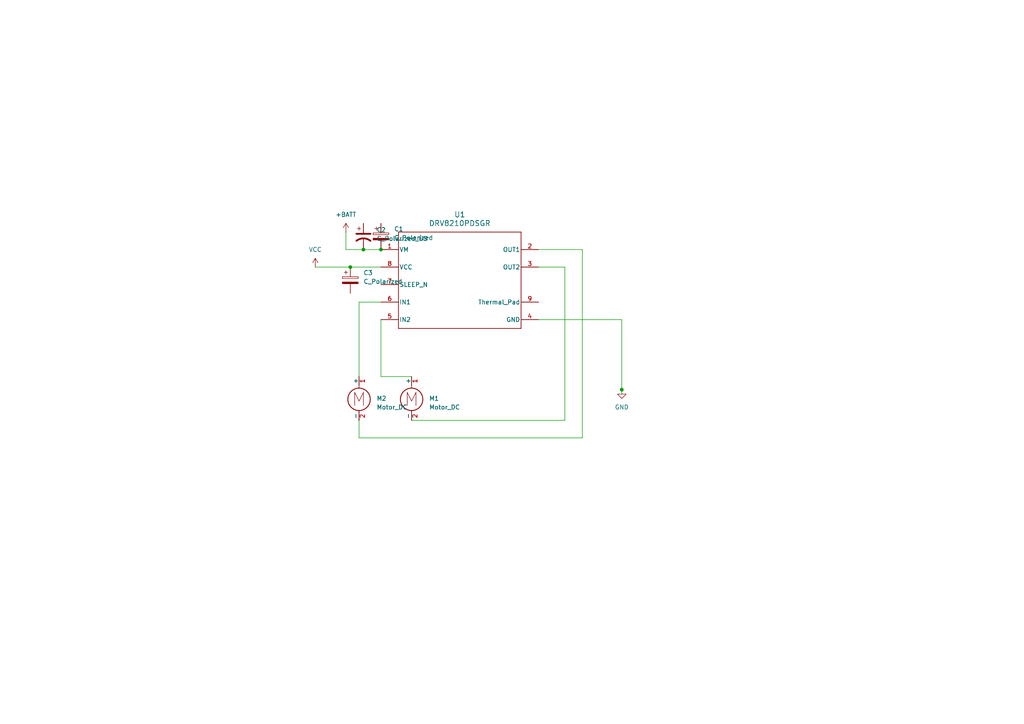
<source format=kicad_sch>
(kicad_sch (version 20250114) (generator "eeschema") (generator_version "9.0")
  (paper "A4")
  (lib_symbols
    (symbol "Device:C_Polarized" (pin_numbers (hide yes)) (pin_names (offset 0.254))
      (property "Reference" "C" (at 0.635 2.54 0))
      (property "Value" "C_Polarized" (at 0.635 -2.54 0))
      (symbol "C_Polarized_0_1"
        (rectangle (start -2.286 0.508) (end 2.286 1.016))
        (polyline (pts (xy -1.778 2.286) (xy -0.762 2.286)))
        (polyline (pts (xy -1.27 2.794) (xy -1.27 1.778)))
        (rectangle (start 2.286 -0.508) (end -2.286 -1.016) (fill (type outline)))
      )
      (symbol "C_Polarized_1_1"
        (pin passive line (at 0 3.81 270) (length 2.794) (name "~") (number "1"))
        (pin passive line (at 0 -3.81 90) (length 2.794) (name "~") (number "2"))
      )
    )
    (symbol "Device:C_Polarized_US" (pin_numbers (hide yes)) (pin_names (offset 0.254) (hide yes))
      (property "Reference" "C" (at 0.635 2.54 0))
      (property "Value" "C_Polarized_US" (at 0.635 -2.54 0))
      (symbol "C_Polarized_US_0_1"
        (polyline (pts (xy -2.032 0.762) (xy 2.032 0.762)) (stroke (width 0.508)))
        (polyline (pts (xy -1.778 2.286) (xy -0.762 2.286)))
        (polyline (pts (xy -1.27 1.778) (xy -1.27 2.794)))
        (arc (start -2.032 -1.27) (mid 0 -0.5572) (end 2.032 -1.27) (stroke (width 0.508)))
      )
      (symbol "C_Polarized_US_1_1"
        (pin passive line (at 0 3.81 270) (length 2.794) (name "~") (number "1"))
        (pin passive line (at 0 -3.81 90) (length 3.302) (name "~") (number "2"))
      )
    )
    (symbol "Motor:Motor_DC" (pin_names (offset 0))
      (property "Reference" "M" (at 2.54 2.54 0))
      (property "Value" "Motor_DC" (at 2.54 -5.08 0))
      (symbol "Motor_DC_0_0"
        (polyline (pts (xy -1.27 -3.302) (xy -1.27 0.508) (xy 0 -2.032) (xy 1.27 0.508) (xy 1.27 -3.302)))
      )
      (symbol "Motor_DC_0_1"
        (polyline (pts (xy 0 2.032) (xy 0 2.54)))
        (polyline (pts (xy 0 1.7272) (xy 0 2.0828)))
        (circle (center 0 -1.524) (radius 3.2512) (stroke (width 0.254)))
        (polyline (pts (xy 0 -4.7752) (xy 0 -5.1816)))
        (polyline (pts (xy 0 -7.62) (xy 0 -7.112)))
      )
      (symbol "Motor_DC_1_1"
        (pin passive line (at 0 5.08 270) (length 2.54) (name "+") (number "1"))
        (pin passive line (at 0 -7.62 90) (length 2.54) (name "-") (number "2"))
      )
    )
    (symbol "motor driver:DRV8210PDSGR" (pin_names (offset 0.254))
      (property "Reference" "U" (at 0 2.54 0))
      (property "Value" "DRV8210PDSGR" (at 0 0 0))
      (symbol "DRV8210PDSGR_0_1"
        (polyline (pts (xy 5.08 5.08) (xy 5.08 -22.86)) (stroke (width 0.2032)))
        (polyline (pts (xy 5.08 -22.86) (xy 40.64 -22.86)) (stroke (width 0.2032)))
        (polyline (pts (xy 40.64 5.08) (xy 5.08 5.08)) (stroke (width 0.2032)))
        (polyline (pts (xy 40.64 -22.86) (xy 40.64 5.08)) (stroke (width 0.2032)))
        (pin power_in line (at 0 0 0) (length 5.08) (name "VM") (number "1"))
        (pin power_in line (at 0 -5.08 0) (length 5.08) (name "VCC") (number "8"))
        (pin input line (at 0 -10.16 0) (length 5.08) (name "SLEEP_N") (number "7"))
        (pin input line (at 0 -15.24 0) (length 5.08) (name "IN1") (number "6"))
        (pin input line (at 0 -20.32 0) (length 5.08) (name "IN2") (number "5"))
        (pin output line (at 45.72 0 180) (length 5.08) (name "OUT1") (number "2"))
        (pin output line (at 45.72 -5.08 180) (length 5.08) (name "OUT2") (number "3"))
        (pin power_in line (at 45.72 -15.24 180) (length 5.08) (name "Thermal_Pad") (number "9"))
        (pin power_in line (at 45.72 -20.32 180) (length 5.08) (name "GND") (number "4"))
      )
    )
    (symbol "power:+BATT" (power) (pin_numbers (hide yes)) (pin_names (offset 0) (hide yes))
      (property "Value" "+BATT" (at 0 3.556 0))
      (symbol "+BATT_0_1"
        (polyline (pts (xy -0.762 1.27) (xy 0 2.54)))
        (polyline (pts (xy 0 2.54) (xy 0.762 1.27)))
        (polyline (pts (xy 0 0) (xy 0 2.54)))
      )
      (symbol "+BATT_1_1"
        (pin power_in line (at 0 0 90) (length 0) (name "~") (number "1"))
      )
    )
    (symbol "power:GND" (power) (pin_numbers (hide yes)) (pin_names (offset 0) (hide yes))
      (property "Value" "GND" (at 0 -3.81 0))
      (symbol "GND_0_1"
        (polyline (pts (xy 0 0) (xy 0 -1.27) (xy 1.27 -1.27) (xy 0 -2.54) (xy -1.27 -1.27) (xy 0 -1.27)))
      )
      (symbol "GND_1_1"
        (pin power_in line (at 0 0 270) (length 0) (name "~") (number "1"))
      )
    )
    (symbol "power:VCC" (power) (pin_numbers (hide yes)) (pin_names (offset 0) (hide yes))
      (property "Value" "VCC" (at 0 3.556 0))
      (symbol "VCC_0_1"
        (polyline (pts (xy -0.762 1.27) (xy 0 2.54)))
        (polyline (pts (xy 0 2.54) (xy 0.762 1.27)))
        (polyline (pts (xy 0 0) (xy 0 2.54)))
      )
      (symbol "VCC_1_1"
        (pin power_in line (at 0 0 90) (length 0) (name "~") (number "1"))
      )
    )
  )
  (junction (at 101.6 77.47))
  (junction (at 105.41 72.39))
  (junction (at 180.34 113.03))
  (junction (at 110.49 72.39))
  (wire (pts (xy 180.34 113.03) (xy 180.34 114.3)))
  (wire (pts (xy 104.14 121.92) (xy 104.14 127)))
  (wire (pts (xy 119.38 121.92) (xy 163.83 121.92)))
  (wire (pts (xy 91.44 77.47) (xy 101.6 77.47)))
  (wire (pts (xy 105.41 72.39) (xy 100.33 72.39)))
  (wire (pts (xy 110.49 72.39) (xy 105.41 72.39)))
  (wire (pts (xy 163.83 121.92) (xy 163.83 77.47)))
  (wire (pts (xy 180.34 92.71) (xy 180.34 113.03)))
  (wire (pts (xy 100.33 72.39) (xy 100.33 67.31)))
  (wire (pts (xy 163.83 77.47) (xy 156.21 77.47)))
  (wire (pts (xy 168.91 127) (xy 168.91 72.39)))
  (wire (pts (xy 110.49 109.22) (xy 119.38 109.22)))
  (wire (pts (xy 104.14 127) (xy 168.91 127)))
  (wire (pts (xy 156.21 92.71) (xy 180.34 92.71)))
  (wire (pts (xy 110.49 92.71) (xy 110.49 109.22)))
  (wire (pts (xy 101.6 77.47) (xy 110.49 77.47)))
  (wire (pts (xy 156.21 72.39) (xy 168.91 72.39)))
  (wire (pts (xy 104.14 87.63) (xy 104.14 109.22)))
  (wire (pts (xy 110.49 87.63) (xy 104.14 87.63)))
  (symbol (lib_id "power:VCC") (at 91.44 77.47 0) (unit 1)
    (property "Reference" "#PWR02" (effects (hide yes)))
    (property "Value" "VCC" (at 91.44 72.39 0))
    (property "Description" "Power symbol creates a global label with name \"VCC\"" (effects (hide yes)))
  )
  (symbol (lib_id "Device:C_Polarized_US") (at 105.41 68.58 0) (unit 1)
    (property "Reference" "C2" (at 109.22 66.6749 0) (effects (justify left)))
    (property "Value" "C_Polarized_US" (at 109.22 69.2149 0) (effects (justify left)))
    (property "Description" "Polarized capacitor, US symbol" (effects (hide yes)))
  )
  (symbol (lib_id "Motor:Motor_DC") (at 104.14 114.3 0) (unit 1)
    (property "Reference" "M2" (at 109.22 115.5699 0) (effects (justify left)))
    (property "Value" "Motor_DC" (at 109.22 118.1099 0) (effects (justify left)))
    (property "Description" "DC Motor" (effects (hide yes)))
  )
  (symbol (lib_id "Device:C_Polarized") (at 101.6 81.28 0) (unit 1)
    (property "Reference" "C3" (at 105.41 79.1209 0) (effects (justify left)))
    (property "Value" "C_Polarized" (at 105.41 81.6609 0) (effects (justify left)))
    (property "Description" "Polarized capacitor" (effects (hide yes)))
  )
  (symbol (lib_id "Motor:Motor_DC") (at 119.38 114.3 0) (unit 1)
    (property "Reference" "M1" (at 124.46 115.5699 0) (effects (justify left)))
    (property "Value" "Motor_DC" (at 124.46 118.1099 0) (effects (justify left)))
    (property "Description" "DC Motor" (effects (hide yes)))
  )
  (symbol (lib_id "power:+BATT") (at 100.33 67.31 0) (unit 1)
    (property "Reference" "#PWR03" (effects (hide yes)))
    (property "Value" "+BATT" (at 100.33 62.23 0))
    (property "Description" "Power symbol creates a global label with name \"+BATT\"" (effects (hide yes)))
  )
  (symbol (lib_id "Device:C_Polarized") (at 110.49 68.58 0) (unit 1)
    (property "Reference" "C1" (at 114.3 66.4209 0) (effects (justify left)))
    (property "Value" "C_Polarized" (at 114.3 68.9609 0) (effects (justify left)))
    (property "Description" "Polarized capacitor" (effects (hide yes)))
  )
  (symbol (lib_id "motor driver:DRV8210PDSGR") (at 110.49 72.39 0) (unit 1)
    (property "Reference" "U1" (at 133.35 62.23 0) (effects (font (size 1.524 1.524))))
    (property "Value" "DRV8210PDSGR" (at 133.35 64.77 0) (effects (font (size 1.524 1.524))))
    (property "Footprint" "DSG0008A-IPC_A" (effects (hide yes)))
    (property "Datasheet" "https://www.ti.com/lit/gpn/drv8210p" (effects (hide yes)))
  )
  (symbol (lib_id "power:GND") (at 180.34 113.03 0) (unit 1)
    (property "Reference" "#PWR01" (effects (hide yes)))
    (property "Value" "GND" (at 180.34 118.11 0))
    (property "Description" "Power symbol creates a global label with name \"GND\" , ground" (effects (hide yes)))
  )
)
</source>
